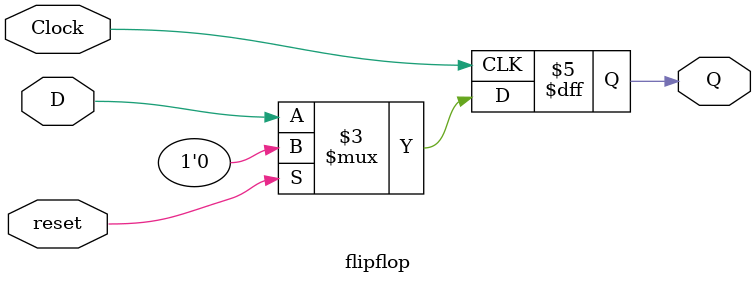
<source format=v>
module flipflop(D,Clock,reset,Q);
  input D,Clock,reset;
  output reg Q;

  always @(posedge Clock)
    if(reset)
      Q=0;
    else
      Q=D;
endmodule
</source>
